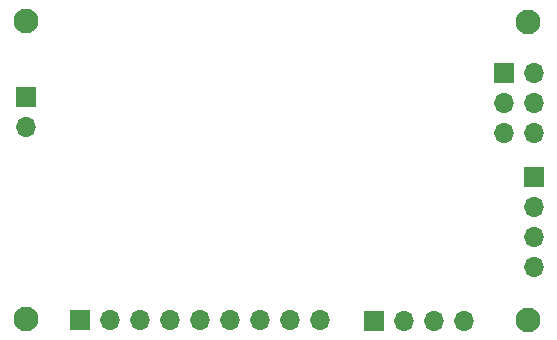
<source format=gbs>
%TF.GenerationSoftware,KiCad,Pcbnew,7.0.11*%
%TF.CreationDate,2024-06-18T14:21:46+05:30*%
%TF.ProjectId,Atmega328p_board,41746d65-6761-4333-9238-705f626f6172,1*%
%TF.SameCoordinates,Original*%
%TF.FileFunction,Soldermask,Bot*%
%TF.FilePolarity,Negative*%
%FSLAX46Y46*%
G04 Gerber Fmt 4.6, Leading zero omitted, Abs format (unit mm)*
G04 Created by KiCad (PCBNEW 7.0.11) date 2024-06-18 14:21:46*
%MOMM*%
%LPD*%
G01*
G04 APERTURE LIST*
%ADD10R,1.700000X1.700000*%
%ADD11O,1.700000X1.700000*%
%ADD12C,2.100000*%
G04 APERTURE END LIST*
D10*
%TO.C,J1*%
X164896800Y-94538800D03*
D11*
X164896800Y-97078800D03*
X164896800Y-99618800D03*
X164896800Y-102158800D03*
%TD*%
D10*
%TO.C,BT1*%
X121894600Y-87752000D03*
D11*
X121894600Y-90292000D03*
%TD*%
D10*
%TO.C,J4*%
X162356800Y-85750400D03*
D11*
X164896800Y-85750400D03*
X162356800Y-88290400D03*
X164896800Y-88290400D03*
X162356800Y-90830400D03*
X164896800Y-90830400D03*
%TD*%
D12*
%TO.C,H2*%
X164439600Y-106629200D03*
%TD*%
D10*
%TO.C,J2*%
X151384000Y-106730800D03*
D11*
X153924000Y-106730800D03*
X156464000Y-106730800D03*
X159004000Y-106730800D03*
%TD*%
D12*
%TO.C,H4*%
X121894600Y-106578400D03*
%TD*%
%TO.C,H3*%
X121920000Y-81330800D03*
%TD*%
D10*
%TO.C,J3*%
X126466600Y-106705400D03*
D11*
X129006600Y-106705400D03*
X131546600Y-106705400D03*
X134086600Y-106705400D03*
X136626600Y-106705400D03*
X139166600Y-106705400D03*
X141706600Y-106705400D03*
X144246600Y-106705400D03*
X146786600Y-106705400D03*
%TD*%
D12*
%TO.C,H1*%
X164439600Y-81432400D03*
%TD*%
M02*

</source>
